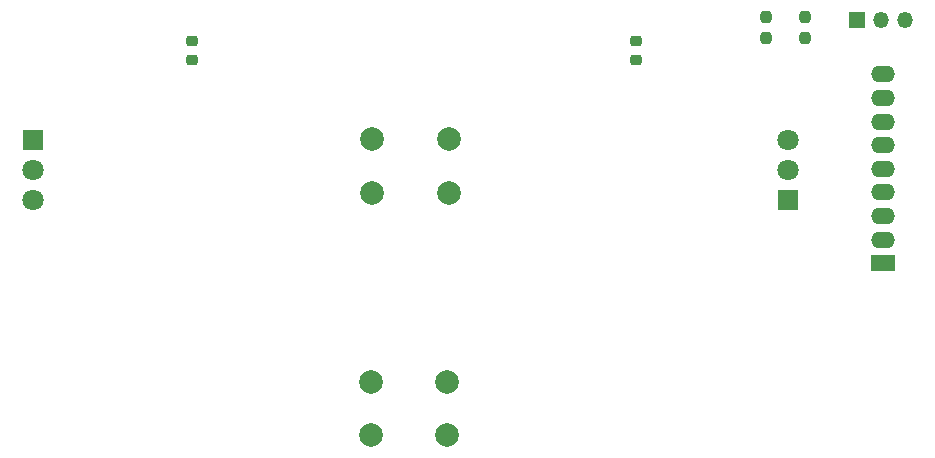
<source format=gbr>
%TF.GenerationSoftware,KiCad,Pcbnew,8.0.3*%
%TF.CreationDate,2024-07-06T14:58:56+01:00*%
%TF.ProjectId,XBox button board,58426f78-2062-4757-9474-6f6e20626f61,rev?*%
%TF.SameCoordinates,Original*%
%TF.FileFunction,Soldermask,Top*%
%TF.FilePolarity,Negative*%
%FSLAX46Y46*%
G04 Gerber Fmt 4.6, Leading zero omitted, Abs format (unit mm)*
G04 Created by KiCad (PCBNEW 8.0.3) date 2024-07-06 14:58:56*
%MOMM*%
%LPD*%
G01*
G04 APERTURE LIST*
G04 Aperture macros list*
%AMRoundRect*
0 Rectangle with rounded corners*
0 $1 Rounding radius*
0 $2 $3 $4 $5 $6 $7 $8 $9 X,Y pos of 4 corners*
0 Add a 4 corners polygon primitive as box body*
4,1,4,$2,$3,$4,$5,$6,$7,$8,$9,$2,$3,0*
0 Add four circle primitives for the rounded corners*
1,1,$1+$1,$2,$3*
1,1,$1+$1,$4,$5*
1,1,$1+$1,$6,$7*
1,1,$1+$1,$8,$9*
0 Add four rect primitives between the rounded corners*
20,1,$1+$1,$2,$3,$4,$5,0*
20,1,$1+$1,$4,$5,$6,$7,0*
20,1,$1+$1,$6,$7,$8,$9,0*
20,1,$1+$1,$8,$9,$2,$3,0*%
G04 Aperture macros list end*
%ADD10C,2.000000*%
%ADD11RoundRect,0.237500X-0.237500X0.250000X-0.237500X-0.250000X0.237500X-0.250000X0.237500X0.250000X0*%
%ADD12R,1.800000X1.800000*%
%ADD13C,1.800000*%
%ADD14R,1.350000X1.350000*%
%ADD15O,1.350000X1.350000*%
%ADD16RoundRect,0.218750X-0.256250X0.218750X-0.256250X-0.218750X0.256250X-0.218750X0.256250X0.218750X0*%
%ADD17R,2.000000X1.400000*%
%ADD18O,2.000000X1.400000*%
G04 APERTURE END LIST*
D10*
%TO.C,EJECT*%
X147510830Y-94700000D03*
X141010830Y-94700000D03*
X147510830Y-90200000D03*
X141010830Y-90200000D03*
%TD*%
D11*
%TO.C,R1*%
X174412274Y-79815286D03*
X174412274Y-81640286D03*
%TD*%
D12*
%TO.C,D1*%
X112308830Y-90279000D03*
D13*
X112308830Y-92819000D03*
X112308830Y-95359000D03*
%TD*%
D14*
%TO.C,J2*%
X182110830Y-80100000D03*
D15*
X184110830Y-80100000D03*
X186110830Y-80100000D03*
%TD*%
D16*
%TO.C,HDD_LED1*%
X163353210Y-81867170D03*
X163353210Y-83442170D03*
%TD*%
D17*
%TO.C,J1*%
X184317830Y-100693000D03*
D18*
X184317830Y-98693000D03*
X184317830Y-96693000D03*
X184317830Y-94693000D03*
X184317830Y-92693000D03*
X184317830Y-90693000D03*
X184317830Y-88693000D03*
X184317830Y-86693000D03*
X184317830Y-84693000D03*
%TD*%
D10*
%TO.C,POWER*%
X140910830Y-110750000D03*
X147410830Y-110750000D03*
X140910830Y-115250000D03*
X147410830Y-115250000D03*
%TD*%
D16*
%TO.C,LAN_LED1*%
X125766810Y-81862500D03*
X125766810Y-83437500D03*
%TD*%
D12*
%TO.C,D2*%
X176250000Y-95330000D03*
D13*
X176250000Y-92790000D03*
X176250000Y-90250000D03*
%TD*%
D11*
%TO.C,R2*%
X177715164Y-79813928D03*
X177715164Y-81638928D03*
%TD*%
M02*

</source>
